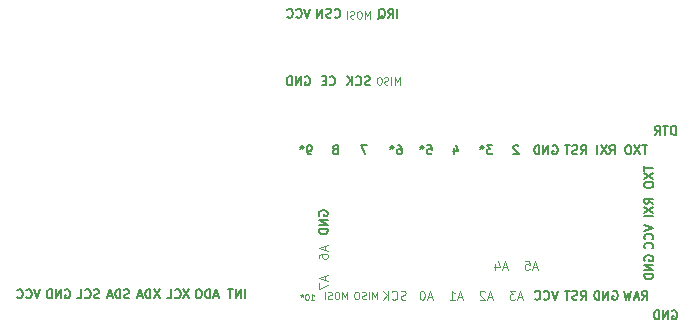
<source format=gbr>
G04 #@! TF.GenerationSoftware,KiCad,Pcbnew,(5.1.4)-1*
G04 #@! TF.CreationDate,2019-10-23T00:39:07+02:00*
G04 #@! TF.ProjectId,RF_transmitter,52465f74-7261-46e7-936d-69747465722e,rev?*
G04 #@! TF.SameCoordinates,Original*
G04 #@! TF.FileFunction,Legend,Bot*
G04 #@! TF.FilePolarity,Positive*
%FSLAX46Y46*%
G04 Gerber Fmt 4.6, Leading zero omitted, Abs format (unit mm)*
G04 Created by KiCad (PCBNEW (5.1.4)-1) date 2019-10-23 00:39:07*
%MOMM*%
%LPD*%
G04 APERTURE LIST*
%ADD10C,0.150000*%
%ADD11C,0.125000*%
%ADD12C,0.100000*%
G04 APERTURE END LIST*
D10*
X143445505Y-74218934D02*
X143445505Y-74647505D01*
X144195505Y-74433220D02*
X143445505Y-74433220D01*
X143445505Y-74826077D02*
X144195505Y-75326077D01*
X143445505Y-75326077D02*
X144195505Y-74826077D01*
X143445505Y-75754648D02*
X143445505Y-75897505D01*
X143481220Y-75968934D01*
X143552648Y-76040362D01*
X143695505Y-76076077D01*
X143945505Y-76076077D01*
X144088362Y-76040362D01*
X144159791Y-75968934D01*
X144195505Y-75897505D01*
X144195505Y-75754648D01*
X144159791Y-75683220D01*
X144088362Y-75611791D01*
X143945505Y-75576077D01*
X143695505Y-75576077D01*
X143552648Y-75611791D01*
X143481220Y-75683220D01*
X143445505Y-75754648D01*
X146110362Y-71585505D02*
X146110362Y-70835505D01*
X145931791Y-70835505D01*
X145824648Y-70871220D01*
X145753220Y-70942648D01*
X145717505Y-71014077D01*
X145681791Y-71156934D01*
X145681791Y-71264077D01*
X145717505Y-71406934D01*
X145753220Y-71478362D01*
X145824648Y-71549791D01*
X145931791Y-71585505D01*
X146110362Y-71585505D01*
X145467505Y-70835505D02*
X145038934Y-70835505D01*
X145253220Y-71585505D02*
X145253220Y-70835505D01*
X144360362Y-71585505D02*
X144610362Y-71228362D01*
X144788934Y-71585505D02*
X144788934Y-70835505D01*
X144503220Y-70835505D01*
X144431791Y-70871220D01*
X144396077Y-70906934D01*
X144360362Y-70978362D01*
X144360362Y-71085505D01*
X144396077Y-71156934D01*
X144431791Y-71192648D01*
X144503220Y-71228362D01*
X144788934Y-71228362D01*
D11*
X115219934Y-85569410D02*
X115505648Y-85569410D01*
X115362791Y-85569410D02*
X115362791Y-85069410D01*
X115410410Y-85140839D01*
X115458029Y-85188458D01*
X115505648Y-85212267D01*
X114910410Y-85069410D02*
X114862791Y-85069410D01*
X114815172Y-85093220D01*
X114791362Y-85117029D01*
X114767553Y-85164648D01*
X114743743Y-85259886D01*
X114743743Y-85378934D01*
X114767553Y-85474172D01*
X114791362Y-85521791D01*
X114815172Y-85545600D01*
X114862791Y-85569410D01*
X114910410Y-85569410D01*
X114958029Y-85545600D01*
X114981839Y-85521791D01*
X115005648Y-85474172D01*
X115029458Y-85378934D01*
X115029458Y-85259886D01*
X115005648Y-85164648D01*
X114981839Y-85117029D01*
X114958029Y-85093220D01*
X114910410Y-85069410D01*
X114458029Y-85069410D02*
X114458029Y-85188458D01*
X114577077Y-85140839D02*
X114458029Y-85188458D01*
X114338981Y-85140839D01*
X114529458Y-85283696D02*
X114458029Y-85188458D01*
X114386600Y-85283696D01*
D10*
X143265077Y-85555505D02*
X143515077Y-85198362D01*
X143693648Y-85555505D02*
X143693648Y-84805505D01*
X143407934Y-84805505D01*
X143336505Y-84841220D01*
X143300791Y-84876934D01*
X143265077Y-84948362D01*
X143265077Y-85055505D01*
X143300791Y-85126934D01*
X143336505Y-85162648D01*
X143407934Y-85198362D01*
X143693648Y-85198362D01*
X142979362Y-85341220D02*
X142622220Y-85341220D01*
X143050791Y-85555505D02*
X142800791Y-84805505D01*
X142550791Y-85555505D01*
X142372220Y-84805505D02*
X142193648Y-85555505D01*
X142050791Y-85019791D01*
X141907934Y-85555505D01*
X141729362Y-84805505D01*
X138077934Y-85555505D02*
X138327934Y-85198362D01*
X138506505Y-85555505D02*
X138506505Y-84805505D01*
X138220791Y-84805505D01*
X138149362Y-84841220D01*
X138113648Y-84876934D01*
X138077934Y-84948362D01*
X138077934Y-85055505D01*
X138113648Y-85126934D01*
X138149362Y-85162648D01*
X138220791Y-85198362D01*
X138506505Y-85198362D01*
X137792220Y-85519791D02*
X137685077Y-85555505D01*
X137506505Y-85555505D01*
X137435077Y-85519791D01*
X137399362Y-85484077D01*
X137363648Y-85412648D01*
X137363648Y-85341220D01*
X137399362Y-85269791D01*
X137435077Y-85234077D01*
X137506505Y-85198362D01*
X137649362Y-85162648D01*
X137720791Y-85126934D01*
X137756505Y-85091220D01*
X137792220Y-85019791D01*
X137792220Y-84948362D01*
X137756505Y-84876934D01*
X137720791Y-84841220D01*
X137649362Y-84805505D01*
X137470791Y-84805505D01*
X137363648Y-84841220D01*
X137149362Y-84805505D02*
X136720791Y-84805505D01*
X136935077Y-85555505D02*
X136935077Y-84805505D01*
X144195505Y-77419648D02*
X143838362Y-77169648D01*
X144195505Y-76991077D02*
X143445505Y-76991077D01*
X143445505Y-77276791D01*
X143481220Y-77348220D01*
X143516934Y-77383934D01*
X143588362Y-77419648D01*
X143695505Y-77419648D01*
X143766934Y-77383934D01*
X143802648Y-77348220D01*
X143838362Y-77276791D01*
X143838362Y-76991077D01*
X143445505Y-77669648D02*
X144195505Y-78169648D01*
X143445505Y-78169648D02*
X144195505Y-77669648D01*
X144195505Y-78455362D02*
X143445505Y-78455362D01*
X143711505Y-72486505D02*
X143282934Y-72486505D01*
X143497220Y-73236505D02*
X143497220Y-72486505D01*
X143104362Y-72486505D02*
X142604362Y-73236505D01*
X142604362Y-72486505D02*
X143104362Y-73236505D01*
X142175791Y-72486505D02*
X142032934Y-72486505D01*
X141961505Y-72522220D01*
X141890077Y-72593648D01*
X141854362Y-72736505D01*
X141854362Y-72986505D01*
X141890077Y-73129362D01*
X141961505Y-73200791D01*
X142032934Y-73236505D01*
X142175791Y-73236505D01*
X142247220Y-73200791D01*
X142318648Y-73129362D01*
X142354362Y-72986505D01*
X142354362Y-72736505D01*
X142318648Y-72593648D01*
X142247220Y-72522220D01*
X142175791Y-72486505D01*
X140510791Y-73236505D02*
X140760791Y-72879362D01*
X140939362Y-73236505D02*
X140939362Y-72486505D01*
X140653648Y-72486505D01*
X140582220Y-72522220D01*
X140546505Y-72557934D01*
X140510791Y-72629362D01*
X140510791Y-72736505D01*
X140546505Y-72807934D01*
X140582220Y-72843648D01*
X140653648Y-72879362D01*
X140939362Y-72879362D01*
X140260791Y-72486505D02*
X139760791Y-73236505D01*
X139760791Y-72486505D02*
X140260791Y-73236505D01*
X139475077Y-73236505D02*
X139475077Y-72486505D01*
X138077934Y-73236505D02*
X138327934Y-72879362D01*
X138506505Y-73236505D02*
X138506505Y-72486505D01*
X138220791Y-72486505D01*
X138149362Y-72522220D01*
X138113648Y-72557934D01*
X138077934Y-72629362D01*
X138077934Y-72736505D01*
X138113648Y-72807934D01*
X138149362Y-72843648D01*
X138220791Y-72879362D01*
X138506505Y-72879362D01*
X137792220Y-73200791D02*
X137685077Y-73236505D01*
X137506505Y-73236505D01*
X137435077Y-73200791D01*
X137399362Y-73165077D01*
X137363648Y-73093648D01*
X137363648Y-73022220D01*
X137399362Y-72950791D01*
X137435077Y-72915077D01*
X137506505Y-72879362D01*
X137649362Y-72843648D01*
X137720791Y-72807934D01*
X137756505Y-72772220D01*
X137792220Y-72700791D01*
X137792220Y-72629362D01*
X137756505Y-72557934D01*
X137720791Y-72522220D01*
X137649362Y-72486505D01*
X137470791Y-72486505D01*
X137363648Y-72522220D01*
X137149362Y-72486505D02*
X136720791Y-72486505D01*
X136935077Y-73236505D02*
X136935077Y-72486505D01*
X136127220Y-84805505D02*
X135877220Y-85555505D01*
X135627220Y-84805505D01*
X134948648Y-85484077D02*
X134984362Y-85519791D01*
X135091505Y-85555505D01*
X135162934Y-85555505D01*
X135270077Y-85519791D01*
X135341505Y-85448362D01*
X135377220Y-85376934D01*
X135412934Y-85234077D01*
X135412934Y-85126934D01*
X135377220Y-84984077D01*
X135341505Y-84912648D01*
X135270077Y-84841220D01*
X135162934Y-84805505D01*
X135091505Y-84805505D01*
X134984362Y-84841220D01*
X134948648Y-84876934D01*
X134198648Y-85484077D02*
X134234362Y-85519791D01*
X134341505Y-85555505D01*
X134412934Y-85555505D01*
X134520077Y-85519791D01*
X134591505Y-85448362D01*
X134627220Y-85376934D01*
X134662934Y-85234077D01*
X134662934Y-85126934D01*
X134627220Y-84984077D01*
X134591505Y-84912648D01*
X134520077Y-84841220D01*
X134412934Y-84805505D01*
X134341505Y-84805505D01*
X134234362Y-84841220D01*
X134198648Y-84876934D01*
X143445505Y-79263220D02*
X144195505Y-79513220D01*
X143445505Y-79763220D01*
X144124077Y-80441791D02*
X144159791Y-80406077D01*
X144195505Y-80298934D01*
X144195505Y-80227505D01*
X144159791Y-80120362D01*
X144088362Y-80048934D01*
X144016934Y-80013220D01*
X143874077Y-79977505D01*
X143766934Y-79977505D01*
X143624077Y-80013220D01*
X143552648Y-80048934D01*
X143481220Y-80120362D01*
X143445505Y-80227505D01*
X143445505Y-80298934D01*
X143481220Y-80406077D01*
X143516934Y-80441791D01*
X144124077Y-81191791D02*
X144159791Y-81156077D01*
X144195505Y-81048934D01*
X144195505Y-80977505D01*
X144159791Y-80870362D01*
X144088362Y-80798934D01*
X144016934Y-80763220D01*
X143874077Y-80727505D01*
X143766934Y-80727505D01*
X143624077Y-80763220D01*
X143552648Y-80798934D01*
X143481220Y-80870362D01*
X143445505Y-80977505D01*
X143445505Y-81048934D01*
X143481220Y-81156077D01*
X143516934Y-81191791D01*
X143481220Y-82231791D02*
X143445505Y-82160362D01*
X143445505Y-82053220D01*
X143481220Y-81946077D01*
X143552648Y-81874648D01*
X143624077Y-81838934D01*
X143766934Y-81803220D01*
X143874077Y-81803220D01*
X144016934Y-81838934D01*
X144088362Y-81874648D01*
X144159791Y-81946077D01*
X144195505Y-82053220D01*
X144195505Y-82124648D01*
X144159791Y-82231791D01*
X144124077Y-82267505D01*
X143874077Y-82267505D01*
X143874077Y-82124648D01*
X144195505Y-82588934D02*
X143445505Y-82588934D01*
X144195505Y-83017505D01*
X143445505Y-83017505D01*
X144195505Y-83374648D02*
X143445505Y-83374648D01*
X143445505Y-83553220D01*
X143481220Y-83660362D01*
X143552648Y-83731791D01*
X143624077Y-83767505D01*
X143766934Y-83803220D01*
X143874077Y-83803220D01*
X144016934Y-83767505D01*
X144088362Y-83731791D01*
X144159791Y-83660362D01*
X144195505Y-83553220D01*
X144195505Y-83374648D01*
X140778648Y-84841220D02*
X140850077Y-84805505D01*
X140957220Y-84805505D01*
X141064362Y-84841220D01*
X141135791Y-84912648D01*
X141171505Y-84984077D01*
X141207220Y-85126934D01*
X141207220Y-85234077D01*
X141171505Y-85376934D01*
X141135791Y-85448362D01*
X141064362Y-85519791D01*
X140957220Y-85555505D01*
X140885791Y-85555505D01*
X140778648Y-85519791D01*
X140742934Y-85484077D01*
X140742934Y-85234077D01*
X140885791Y-85234077D01*
X140421505Y-85555505D02*
X140421505Y-84805505D01*
X139992934Y-85555505D01*
X139992934Y-84805505D01*
X139635791Y-85555505D02*
X139635791Y-84805505D01*
X139457220Y-84805505D01*
X139350077Y-84841220D01*
X139278648Y-84912648D01*
X139242934Y-84984077D01*
X139207220Y-85126934D01*
X139207220Y-85234077D01*
X139242934Y-85376934D01*
X139278648Y-85448362D01*
X139350077Y-85519791D01*
X139457220Y-85555505D01*
X139635791Y-85555505D01*
X145824648Y-86492220D02*
X145896077Y-86456505D01*
X146003220Y-86456505D01*
X146110362Y-86492220D01*
X146181791Y-86563648D01*
X146217505Y-86635077D01*
X146253220Y-86777934D01*
X146253220Y-86885077D01*
X146217505Y-87027934D01*
X146181791Y-87099362D01*
X146110362Y-87170791D01*
X146003220Y-87206505D01*
X145931791Y-87206505D01*
X145824648Y-87170791D01*
X145788934Y-87135077D01*
X145788934Y-86885077D01*
X145931791Y-86885077D01*
X145467505Y-87206505D02*
X145467505Y-86456505D01*
X145038934Y-87206505D01*
X145038934Y-86456505D01*
X144681791Y-87206505D02*
X144681791Y-86456505D01*
X144503220Y-86456505D01*
X144396077Y-86492220D01*
X144324648Y-86563648D01*
X144288934Y-86635077D01*
X144253220Y-86777934D01*
X144253220Y-86885077D01*
X144288934Y-87027934D01*
X144324648Y-87099362D01*
X144396077Y-87170791D01*
X144503220Y-87206505D01*
X144681791Y-87206505D01*
X115956220Y-78421791D02*
X115920505Y-78350362D01*
X115920505Y-78243220D01*
X115956220Y-78136077D01*
X116027648Y-78064648D01*
X116099077Y-78028934D01*
X116241934Y-77993220D01*
X116349077Y-77993220D01*
X116491934Y-78028934D01*
X116563362Y-78064648D01*
X116634791Y-78136077D01*
X116670505Y-78243220D01*
X116670505Y-78314648D01*
X116634791Y-78421791D01*
X116599077Y-78457505D01*
X116349077Y-78457505D01*
X116349077Y-78314648D01*
X116670505Y-78778934D02*
X115920505Y-78778934D01*
X116670505Y-79207505D01*
X115920505Y-79207505D01*
X116670505Y-79564648D02*
X115920505Y-79564648D01*
X115920505Y-79743220D01*
X115956220Y-79850362D01*
X116027648Y-79921791D01*
X116099077Y-79957505D01*
X116241934Y-79993220D01*
X116349077Y-79993220D01*
X116491934Y-79957505D01*
X116563362Y-79921791D01*
X116634791Y-79850362D01*
X116670505Y-79743220D01*
X116670505Y-79564648D01*
X135698648Y-72522220D02*
X135770077Y-72486505D01*
X135877220Y-72486505D01*
X135984362Y-72522220D01*
X136055791Y-72593648D01*
X136091505Y-72665077D01*
X136127220Y-72807934D01*
X136127220Y-72915077D01*
X136091505Y-73057934D01*
X136055791Y-73129362D01*
X135984362Y-73200791D01*
X135877220Y-73236505D01*
X135805791Y-73236505D01*
X135698648Y-73200791D01*
X135662934Y-73165077D01*
X135662934Y-72915077D01*
X135805791Y-72915077D01*
X135341505Y-73236505D02*
X135341505Y-72486505D01*
X134912934Y-73236505D01*
X134912934Y-72486505D01*
X134555791Y-73236505D02*
X134555791Y-72486505D01*
X134377220Y-72486505D01*
X134270077Y-72522220D01*
X134198648Y-72593648D01*
X134162934Y-72665077D01*
X134127220Y-72807934D01*
X134127220Y-72915077D01*
X134162934Y-73057934D01*
X134198648Y-73129362D01*
X134270077Y-73200791D01*
X134377220Y-73236505D01*
X134555791Y-73236505D01*
X115235791Y-73236505D02*
X115092934Y-73236505D01*
X115021505Y-73200791D01*
X114985791Y-73165077D01*
X114914362Y-73057934D01*
X114878648Y-72915077D01*
X114878648Y-72629362D01*
X114914362Y-72557934D01*
X114950077Y-72522220D01*
X115021505Y-72486505D01*
X115164362Y-72486505D01*
X115235791Y-72522220D01*
X115271505Y-72557934D01*
X115307220Y-72629362D01*
X115307220Y-72807934D01*
X115271505Y-72879362D01*
X115235791Y-72915077D01*
X115164362Y-72950791D01*
X115021505Y-72950791D01*
X114950077Y-72915077D01*
X114914362Y-72879362D01*
X114878648Y-72807934D01*
X114450077Y-72486505D02*
X114450077Y-72665077D01*
X114628648Y-72593648D02*
X114450077Y-72665077D01*
X114271505Y-72593648D01*
X114557220Y-72807934D02*
X114450077Y-72665077D01*
X114342934Y-72807934D01*
X117418648Y-72807934D02*
X117490077Y-72772220D01*
X117525791Y-72736505D01*
X117561505Y-72665077D01*
X117561505Y-72629362D01*
X117525791Y-72557934D01*
X117490077Y-72522220D01*
X117418648Y-72486505D01*
X117275791Y-72486505D01*
X117204362Y-72522220D01*
X117168648Y-72557934D01*
X117132934Y-72629362D01*
X117132934Y-72665077D01*
X117168648Y-72736505D01*
X117204362Y-72772220D01*
X117275791Y-72807934D01*
X117418648Y-72807934D01*
X117490077Y-72843648D01*
X117525791Y-72879362D01*
X117561505Y-72950791D01*
X117561505Y-73093648D01*
X117525791Y-73165077D01*
X117490077Y-73200791D01*
X117418648Y-73236505D01*
X117275791Y-73236505D01*
X117204362Y-73200791D01*
X117168648Y-73165077D01*
X117132934Y-73093648D01*
X117132934Y-72950791D01*
X117168648Y-72879362D01*
X117204362Y-72843648D01*
X117275791Y-72807934D01*
X120010220Y-72486505D02*
X119510220Y-72486505D01*
X119831648Y-73236505D01*
X125074362Y-72486505D02*
X125431505Y-72486505D01*
X125467220Y-72843648D01*
X125431505Y-72807934D01*
X125360077Y-72772220D01*
X125181505Y-72772220D01*
X125110077Y-72807934D01*
X125074362Y-72843648D01*
X125038648Y-72915077D01*
X125038648Y-73093648D01*
X125074362Y-73165077D01*
X125110077Y-73200791D01*
X125181505Y-73236505D01*
X125360077Y-73236505D01*
X125431505Y-73200791D01*
X125467220Y-73165077D01*
X124610077Y-72486505D02*
X124610077Y-72665077D01*
X124788648Y-72593648D02*
X124610077Y-72665077D01*
X124431505Y-72593648D01*
X124717220Y-72807934D02*
X124610077Y-72665077D01*
X124502934Y-72807934D01*
X122570077Y-72486505D02*
X122712934Y-72486505D01*
X122784362Y-72522220D01*
X122820077Y-72557934D01*
X122891505Y-72665077D01*
X122927220Y-72807934D01*
X122927220Y-73093648D01*
X122891505Y-73165077D01*
X122855791Y-73200791D01*
X122784362Y-73236505D01*
X122641505Y-73236505D01*
X122570077Y-73200791D01*
X122534362Y-73165077D01*
X122498648Y-73093648D01*
X122498648Y-72915077D01*
X122534362Y-72843648D01*
X122570077Y-72807934D01*
X122641505Y-72772220D01*
X122784362Y-72772220D01*
X122855791Y-72807934D01*
X122891505Y-72843648D01*
X122927220Y-72915077D01*
X122070077Y-72486505D02*
X122070077Y-72665077D01*
X122248648Y-72593648D02*
X122070077Y-72665077D01*
X121891505Y-72593648D01*
X122177220Y-72807934D02*
X122070077Y-72665077D01*
X121962934Y-72807934D01*
X127364362Y-72736505D02*
X127364362Y-73236505D01*
X127542934Y-72450791D02*
X127721505Y-72986505D01*
X127257220Y-72986505D01*
X130582934Y-72486505D02*
X130118648Y-72486505D01*
X130368648Y-72772220D01*
X130261505Y-72772220D01*
X130190077Y-72807934D01*
X130154362Y-72843648D01*
X130118648Y-72915077D01*
X130118648Y-73093648D01*
X130154362Y-73165077D01*
X130190077Y-73200791D01*
X130261505Y-73236505D01*
X130475791Y-73236505D01*
X130547220Y-73200791D01*
X130582934Y-73165077D01*
X129690077Y-72486505D02*
X129690077Y-72665077D01*
X129868648Y-72593648D02*
X129690077Y-72665077D01*
X129511505Y-72593648D01*
X129797220Y-72807934D02*
X129690077Y-72665077D01*
X129582934Y-72807934D01*
X132801505Y-72557934D02*
X132765791Y-72522220D01*
X132694362Y-72486505D01*
X132515791Y-72486505D01*
X132444362Y-72522220D01*
X132408648Y-72557934D01*
X132372934Y-72629362D01*
X132372934Y-72700791D01*
X132408648Y-72807934D01*
X132837220Y-73236505D01*
X132372934Y-73236505D01*
D11*
X116456220Y-83537505D02*
X116456220Y-83894648D01*
X116670505Y-83466077D02*
X115920505Y-83716077D01*
X116670505Y-83966077D01*
X115920505Y-84144648D02*
X115920505Y-84644648D01*
X116670505Y-84323220D01*
X116456220Y-80997505D02*
X116456220Y-81354648D01*
X116670505Y-80926077D02*
X115920505Y-81176077D01*
X116670505Y-81426077D01*
X115920505Y-81997505D02*
X115920505Y-81854648D01*
X115956220Y-81783220D01*
X115991934Y-81747505D01*
X116099077Y-81676077D01*
X116241934Y-81640362D01*
X116527648Y-81640362D01*
X116599077Y-81676077D01*
X116634791Y-81711791D01*
X116670505Y-81783220D01*
X116670505Y-81926077D01*
X116634791Y-81997505D01*
X116599077Y-82033220D01*
X116527648Y-82068934D01*
X116349077Y-82068934D01*
X116277648Y-82033220D01*
X116241934Y-81997505D01*
X116206220Y-81926077D01*
X116206220Y-81783220D01*
X116241934Y-81711791D01*
X116277648Y-81676077D01*
X116349077Y-81640362D01*
X134392934Y-82801220D02*
X134035791Y-82801220D01*
X134464362Y-83015505D02*
X134214362Y-82265505D01*
X133964362Y-83015505D01*
X133357220Y-82265505D02*
X133714362Y-82265505D01*
X133750077Y-82622648D01*
X133714362Y-82586934D01*
X133642934Y-82551220D01*
X133464362Y-82551220D01*
X133392934Y-82586934D01*
X133357220Y-82622648D01*
X133321505Y-82694077D01*
X133321505Y-82872648D01*
X133357220Y-82944077D01*
X133392934Y-82979791D01*
X133464362Y-83015505D01*
X133642934Y-83015505D01*
X133714362Y-82979791D01*
X133750077Y-82944077D01*
X131852934Y-82801220D02*
X131495791Y-82801220D01*
X131924362Y-83015505D02*
X131674362Y-82265505D01*
X131424362Y-83015505D01*
X130852934Y-82515505D02*
X130852934Y-83015505D01*
X131031505Y-82229791D02*
X131210077Y-82765505D01*
X130745791Y-82765505D01*
X133122934Y-85341220D02*
X132765791Y-85341220D01*
X133194362Y-85555505D02*
X132944362Y-84805505D01*
X132694362Y-85555505D01*
X132515791Y-84805505D02*
X132051505Y-84805505D01*
X132301505Y-85091220D01*
X132194362Y-85091220D01*
X132122934Y-85126934D01*
X132087220Y-85162648D01*
X132051505Y-85234077D01*
X132051505Y-85412648D01*
X132087220Y-85484077D01*
X132122934Y-85519791D01*
X132194362Y-85555505D01*
X132408648Y-85555505D01*
X132480077Y-85519791D01*
X132515791Y-85484077D01*
X130582934Y-85341220D02*
X130225791Y-85341220D01*
X130654362Y-85555505D02*
X130404362Y-84805505D01*
X130154362Y-85555505D01*
X129940077Y-84876934D02*
X129904362Y-84841220D01*
X129832934Y-84805505D01*
X129654362Y-84805505D01*
X129582934Y-84841220D01*
X129547220Y-84876934D01*
X129511505Y-84948362D01*
X129511505Y-85019791D01*
X129547220Y-85126934D01*
X129975791Y-85555505D01*
X129511505Y-85555505D01*
X128042934Y-85341220D02*
X127685791Y-85341220D01*
X128114362Y-85555505D02*
X127864362Y-84805505D01*
X127614362Y-85555505D01*
X126971505Y-85555505D02*
X127400077Y-85555505D01*
X127185791Y-85555505D02*
X127185791Y-84805505D01*
X127257220Y-84912648D01*
X127328648Y-84984077D01*
X127400077Y-85019791D01*
X125502934Y-85341220D02*
X125145791Y-85341220D01*
X125574362Y-85555505D02*
X125324362Y-84805505D01*
X125074362Y-85555505D01*
X124681505Y-84805505D02*
X124610077Y-84805505D01*
X124538648Y-84841220D01*
X124502934Y-84876934D01*
X124467220Y-84948362D01*
X124431505Y-85091220D01*
X124431505Y-85269791D01*
X124467220Y-85412648D01*
X124502934Y-85484077D01*
X124538648Y-85519791D01*
X124610077Y-85555505D01*
X124681505Y-85555505D01*
X124752934Y-85519791D01*
X124788648Y-85484077D01*
X124824362Y-85412648D01*
X124860077Y-85269791D01*
X124860077Y-85091220D01*
X124824362Y-84948362D01*
X124788648Y-84876934D01*
X124752934Y-84841220D01*
X124681505Y-84805505D01*
X123264505Y-85519791D02*
X123157362Y-85555505D01*
X122978791Y-85555505D01*
X122907362Y-85519791D01*
X122871648Y-85484077D01*
X122835934Y-85412648D01*
X122835934Y-85341220D01*
X122871648Y-85269791D01*
X122907362Y-85234077D01*
X122978791Y-85198362D01*
X123121648Y-85162648D01*
X123193077Y-85126934D01*
X123228791Y-85091220D01*
X123264505Y-85019791D01*
X123264505Y-84948362D01*
X123228791Y-84876934D01*
X123193077Y-84841220D01*
X123121648Y-84805505D01*
X122943077Y-84805505D01*
X122835934Y-84841220D01*
X122085934Y-85484077D02*
X122121648Y-85519791D01*
X122228791Y-85555505D01*
X122300220Y-85555505D01*
X122407362Y-85519791D01*
X122478791Y-85448362D01*
X122514505Y-85376934D01*
X122550220Y-85234077D01*
X122550220Y-85126934D01*
X122514505Y-84984077D01*
X122478791Y-84912648D01*
X122407362Y-84841220D01*
X122300220Y-84805505D01*
X122228791Y-84805505D01*
X122121648Y-84841220D01*
X122085934Y-84876934D01*
X121764505Y-85555505D02*
X121764505Y-84805505D01*
X121335934Y-85555505D02*
X121657362Y-85126934D01*
X121335934Y-84805505D02*
X121764505Y-85234077D01*
D12*
X120830077Y-85487648D02*
X120830077Y-84887648D01*
X120630077Y-85316220D01*
X120430077Y-84887648D01*
X120430077Y-85487648D01*
X120144362Y-85487648D02*
X120144362Y-84887648D01*
X119887220Y-85459077D02*
X119801505Y-85487648D01*
X119658648Y-85487648D01*
X119601505Y-85459077D01*
X119572934Y-85430505D01*
X119544362Y-85373362D01*
X119544362Y-85316220D01*
X119572934Y-85259077D01*
X119601505Y-85230505D01*
X119658648Y-85201934D01*
X119772934Y-85173362D01*
X119830077Y-85144791D01*
X119858648Y-85116220D01*
X119887220Y-85059077D01*
X119887220Y-85001934D01*
X119858648Y-84944791D01*
X119830077Y-84916220D01*
X119772934Y-84887648D01*
X119630077Y-84887648D01*
X119544362Y-84916220D01*
X119172934Y-84887648D02*
X119058648Y-84887648D01*
X119001505Y-84916220D01*
X118944362Y-84973362D01*
X118915791Y-85087648D01*
X118915791Y-85287648D01*
X118944362Y-85401934D01*
X119001505Y-85459077D01*
X119058648Y-85487648D01*
X119172934Y-85487648D01*
X119230077Y-85459077D01*
X119287220Y-85401934D01*
X119315791Y-85287648D01*
X119315791Y-85087648D01*
X119287220Y-84973362D01*
X119230077Y-84916220D01*
X119172934Y-84887648D01*
X118290077Y-85487648D02*
X118290077Y-84887648D01*
X118090077Y-85316220D01*
X117890077Y-84887648D01*
X117890077Y-85487648D01*
X117490077Y-84887648D02*
X117375791Y-84887648D01*
X117318648Y-84916220D01*
X117261505Y-84973362D01*
X117232934Y-85087648D01*
X117232934Y-85287648D01*
X117261505Y-85401934D01*
X117318648Y-85459077D01*
X117375791Y-85487648D01*
X117490077Y-85487648D01*
X117547220Y-85459077D01*
X117604362Y-85401934D01*
X117632934Y-85287648D01*
X117632934Y-85087648D01*
X117604362Y-84973362D01*
X117547220Y-84916220D01*
X117490077Y-84887648D01*
X117004362Y-85459077D02*
X116918648Y-85487648D01*
X116775791Y-85487648D01*
X116718648Y-85459077D01*
X116690077Y-85430505D01*
X116661505Y-85373362D01*
X116661505Y-85316220D01*
X116690077Y-85259077D01*
X116718648Y-85230505D01*
X116775791Y-85201934D01*
X116890077Y-85173362D01*
X116947220Y-85144791D01*
X116975791Y-85116220D01*
X117004362Y-85059077D01*
X117004362Y-85001934D01*
X116975791Y-84944791D01*
X116947220Y-84916220D01*
X116890077Y-84887648D01*
X116747220Y-84887648D01*
X116661505Y-84916220D01*
X116404362Y-85487648D02*
X116404362Y-84887648D01*
D11*
X122735857Y-67327428D02*
X122735857Y-66727428D01*
X122535857Y-67156000D01*
X122335857Y-66727428D01*
X122335857Y-67327428D01*
X122050142Y-67327428D02*
X122050142Y-66727428D01*
X121793000Y-67298857D02*
X121707285Y-67327428D01*
X121564428Y-67327428D01*
X121507285Y-67298857D01*
X121478714Y-67270285D01*
X121450142Y-67213142D01*
X121450142Y-67156000D01*
X121478714Y-67098857D01*
X121507285Y-67070285D01*
X121564428Y-67041714D01*
X121678714Y-67013142D01*
X121735857Y-66984571D01*
X121764428Y-66956000D01*
X121793000Y-66898857D01*
X121793000Y-66841714D01*
X121764428Y-66784571D01*
X121735857Y-66756000D01*
X121678714Y-66727428D01*
X121535857Y-66727428D01*
X121450142Y-66756000D01*
X121078714Y-66727428D02*
X120964428Y-66727428D01*
X120907285Y-66756000D01*
X120850142Y-66813142D01*
X120821571Y-66927428D01*
X120821571Y-67127428D01*
X120850142Y-67241714D01*
X120907285Y-67298857D01*
X120964428Y-67327428D01*
X121078714Y-67327428D01*
X121135857Y-67298857D01*
X121193000Y-67241714D01*
X121221571Y-67127428D01*
X121221571Y-66927428D01*
X121193000Y-66813142D01*
X121135857Y-66756000D01*
X121078714Y-66727428D01*
D10*
X120217285Y-67359571D02*
X120110142Y-67395285D01*
X119931571Y-67395285D01*
X119860142Y-67359571D01*
X119824428Y-67323857D01*
X119788714Y-67252428D01*
X119788714Y-67181000D01*
X119824428Y-67109571D01*
X119860142Y-67073857D01*
X119931571Y-67038142D01*
X120074428Y-67002428D01*
X120145857Y-66966714D01*
X120181571Y-66931000D01*
X120217285Y-66859571D01*
X120217285Y-66788142D01*
X120181571Y-66716714D01*
X120145857Y-66681000D01*
X120074428Y-66645285D01*
X119895857Y-66645285D01*
X119788714Y-66681000D01*
X119038714Y-67323857D02*
X119074428Y-67359571D01*
X119181571Y-67395285D01*
X119253000Y-67395285D01*
X119360142Y-67359571D01*
X119431571Y-67288142D01*
X119467285Y-67216714D01*
X119503000Y-67073857D01*
X119503000Y-66966714D01*
X119467285Y-66823857D01*
X119431571Y-66752428D01*
X119360142Y-66681000D01*
X119253000Y-66645285D01*
X119181571Y-66645285D01*
X119074428Y-66681000D01*
X119038714Y-66716714D01*
X118717285Y-67395285D02*
X118717285Y-66645285D01*
X118288714Y-67395285D02*
X118610142Y-66966714D01*
X118288714Y-66645285D02*
X118717285Y-67073857D01*
X116820142Y-67323857D02*
X116855857Y-67359571D01*
X116963000Y-67395285D01*
X117034428Y-67395285D01*
X117141571Y-67359571D01*
X117213000Y-67288142D01*
X117248714Y-67216714D01*
X117284428Y-67073857D01*
X117284428Y-66966714D01*
X117248714Y-66823857D01*
X117213000Y-66752428D01*
X117141571Y-66681000D01*
X117034428Y-66645285D01*
X116963000Y-66645285D01*
X116855857Y-66681000D01*
X116820142Y-66716714D01*
X116498714Y-67002428D02*
X116248714Y-67002428D01*
X116141571Y-67395285D02*
X116498714Y-67395285D01*
X116498714Y-66645285D01*
X116141571Y-66645285D01*
X114744428Y-66681000D02*
X114815857Y-66645285D01*
X114923000Y-66645285D01*
X115030142Y-66681000D01*
X115101571Y-66752428D01*
X115137285Y-66823857D01*
X115173000Y-66966714D01*
X115173000Y-67073857D01*
X115137285Y-67216714D01*
X115101571Y-67288142D01*
X115030142Y-67359571D01*
X114923000Y-67395285D01*
X114851571Y-67395285D01*
X114744428Y-67359571D01*
X114708714Y-67323857D01*
X114708714Y-67073857D01*
X114851571Y-67073857D01*
X114387285Y-67395285D02*
X114387285Y-66645285D01*
X113958714Y-67395285D01*
X113958714Y-66645285D01*
X113601571Y-67395285D02*
X113601571Y-66645285D01*
X113423000Y-66645285D01*
X113315857Y-66681000D01*
X113244428Y-66752428D01*
X113208714Y-66823857D01*
X113173000Y-66966714D01*
X113173000Y-67073857D01*
X113208714Y-67216714D01*
X113244428Y-67288142D01*
X113315857Y-67359571D01*
X113423000Y-67395285D01*
X113601571Y-67395285D01*
X122560857Y-61680285D02*
X122560857Y-60930285D01*
X121775142Y-61680285D02*
X122025142Y-61323142D01*
X122203714Y-61680285D02*
X122203714Y-60930285D01*
X121918000Y-60930285D01*
X121846571Y-60966000D01*
X121810857Y-61001714D01*
X121775142Y-61073142D01*
X121775142Y-61180285D01*
X121810857Y-61251714D01*
X121846571Y-61287428D01*
X121918000Y-61323142D01*
X122203714Y-61323142D01*
X120953714Y-61751714D02*
X121025142Y-61716000D01*
X121096571Y-61644571D01*
X121203714Y-61537428D01*
X121275142Y-61501714D01*
X121346571Y-61501714D01*
X121310857Y-61680285D02*
X121382285Y-61644571D01*
X121453714Y-61573142D01*
X121489428Y-61430285D01*
X121489428Y-61180285D01*
X121453714Y-61037428D01*
X121382285Y-60966000D01*
X121310857Y-60930285D01*
X121168000Y-60930285D01*
X121096571Y-60966000D01*
X121025142Y-61037428D01*
X120989428Y-61180285D01*
X120989428Y-61430285D01*
X121025142Y-61573142D01*
X121096571Y-61644571D01*
X121168000Y-61680285D01*
X121310857Y-61680285D01*
D11*
X120195857Y-61739428D02*
X120195857Y-61139428D01*
X119995857Y-61568000D01*
X119795857Y-61139428D01*
X119795857Y-61739428D01*
X119395857Y-61139428D02*
X119281571Y-61139428D01*
X119224428Y-61168000D01*
X119167285Y-61225142D01*
X119138714Y-61339428D01*
X119138714Y-61539428D01*
X119167285Y-61653714D01*
X119224428Y-61710857D01*
X119281571Y-61739428D01*
X119395857Y-61739428D01*
X119453000Y-61710857D01*
X119510142Y-61653714D01*
X119538714Y-61539428D01*
X119538714Y-61339428D01*
X119510142Y-61225142D01*
X119453000Y-61168000D01*
X119395857Y-61139428D01*
X118910142Y-61710857D02*
X118824428Y-61739428D01*
X118681571Y-61739428D01*
X118624428Y-61710857D01*
X118595857Y-61682285D01*
X118567285Y-61625142D01*
X118567285Y-61568000D01*
X118595857Y-61510857D01*
X118624428Y-61482285D01*
X118681571Y-61453714D01*
X118795857Y-61425142D01*
X118853000Y-61396571D01*
X118881571Y-61368000D01*
X118910142Y-61310857D01*
X118910142Y-61253714D01*
X118881571Y-61196571D01*
X118853000Y-61168000D01*
X118795857Y-61139428D01*
X118653000Y-61139428D01*
X118567285Y-61168000D01*
X118310142Y-61739428D02*
X118310142Y-61139428D01*
D10*
X117230857Y-61608857D02*
X117266571Y-61644571D01*
X117373714Y-61680285D01*
X117445142Y-61680285D01*
X117552285Y-61644571D01*
X117623714Y-61573142D01*
X117659428Y-61501714D01*
X117695142Y-61358857D01*
X117695142Y-61251714D01*
X117659428Y-61108857D01*
X117623714Y-61037428D01*
X117552285Y-60966000D01*
X117445142Y-60930285D01*
X117373714Y-60930285D01*
X117266571Y-60966000D01*
X117230857Y-61001714D01*
X116945142Y-61644571D02*
X116838000Y-61680285D01*
X116659428Y-61680285D01*
X116588000Y-61644571D01*
X116552285Y-61608857D01*
X116516571Y-61537428D01*
X116516571Y-61466000D01*
X116552285Y-61394571D01*
X116588000Y-61358857D01*
X116659428Y-61323142D01*
X116802285Y-61287428D01*
X116873714Y-61251714D01*
X116909428Y-61216000D01*
X116945142Y-61144571D01*
X116945142Y-61073142D01*
X116909428Y-61001714D01*
X116873714Y-60966000D01*
X116802285Y-60930285D01*
X116623714Y-60930285D01*
X116516571Y-60966000D01*
X116195142Y-61680285D02*
X116195142Y-60930285D01*
X115766571Y-61680285D01*
X115766571Y-60930285D01*
X115173000Y-60930285D02*
X114923000Y-61680285D01*
X114673000Y-60930285D01*
X113994428Y-61608857D02*
X114030142Y-61644571D01*
X114137285Y-61680285D01*
X114208714Y-61680285D01*
X114315857Y-61644571D01*
X114387285Y-61573142D01*
X114423000Y-61501714D01*
X114458714Y-61358857D01*
X114458714Y-61251714D01*
X114423000Y-61108857D01*
X114387285Y-61037428D01*
X114315857Y-60966000D01*
X114208714Y-60930285D01*
X114137285Y-60930285D01*
X114030142Y-60966000D01*
X113994428Y-61001714D01*
X113244428Y-61608857D02*
X113280142Y-61644571D01*
X113387285Y-61680285D01*
X113458714Y-61680285D01*
X113565857Y-61644571D01*
X113637285Y-61573142D01*
X113673000Y-61501714D01*
X113708714Y-61358857D01*
X113708714Y-61251714D01*
X113673000Y-61108857D01*
X113637285Y-61037428D01*
X113565857Y-60966000D01*
X113458714Y-60930285D01*
X113387285Y-60930285D01*
X113280142Y-60966000D01*
X113244428Y-61001714D01*
X109644571Y-85429285D02*
X109644571Y-84679285D01*
X109287428Y-85429285D02*
X109287428Y-84679285D01*
X108858857Y-85429285D01*
X108858857Y-84679285D01*
X108608857Y-84679285D02*
X108180285Y-84679285D01*
X108394571Y-85429285D02*
X108394571Y-84679285D01*
X107372428Y-85215000D02*
X107015285Y-85215000D01*
X107443857Y-85429285D02*
X107193857Y-84679285D01*
X106943857Y-85429285D01*
X106693857Y-85429285D02*
X106693857Y-84679285D01*
X106515285Y-84679285D01*
X106408142Y-84715000D01*
X106336714Y-84786428D01*
X106301000Y-84857857D01*
X106265285Y-85000714D01*
X106265285Y-85107857D01*
X106301000Y-85250714D01*
X106336714Y-85322142D01*
X106408142Y-85393571D01*
X106515285Y-85429285D01*
X106693857Y-85429285D01*
X105801000Y-84679285D02*
X105658142Y-84679285D01*
X105586714Y-84715000D01*
X105515285Y-84786428D01*
X105479571Y-84929285D01*
X105479571Y-85179285D01*
X105515285Y-85322142D01*
X105586714Y-85393571D01*
X105658142Y-85429285D01*
X105801000Y-85429285D01*
X105872428Y-85393571D01*
X105943857Y-85322142D01*
X105979571Y-85179285D01*
X105979571Y-84929285D01*
X105943857Y-84786428D01*
X105872428Y-84715000D01*
X105801000Y-84679285D01*
X104941571Y-84679285D02*
X104441571Y-85429285D01*
X104441571Y-84679285D02*
X104941571Y-85429285D01*
X103727285Y-85357857D02*
X103763000Y-85393571D01*
X103870142Y-85429285D01*
X103941571Y-85429285D01*
X104048714Y-85393571D01*
X104120142Y-85322142D01*
X104155857Y-85250714D01*
X104191571Y-85107857D01*
X104191571Y-85000714D01*
X104155857Y-84857857D01*
X104120142Y-84786428D01*
X104048714Y-84715000D01*
X103941571Y-84679285D01*
X103870142Y-84679285D01*
X103763000Y-84715000D01*
X103727285Y-84750714D01*
X103048714Y-85429285D02*
X103405857Y-85429285D01*
X103405857Y-84679285D01*
X102419428Y-84679285D02*
X101919428Y-85429285D01*
X101919428Y-84679285D02*
X102419428Y-85429285D01*
X101633714Y-85429285D02*
X101633714Y-84679285D01*
X101455142Y-84679285D01*
X101348000Y-84715000D01*
X101276571Y-84786428D01*
X101240857Y-84857857D01*
X101205142Y-85000714D01*
X101205142Y-85107857D01*
X101240857Y-85250714D01*
X101276571Y-85322142D01*
X101348000Y-85393571D01*
X101455142Y-85429285D01*
X101633714Y-85429285D01*
X100919428Y-85215000D02*
X100562285Y-85215000D01*
X100990857Y-85429285D02*
X100740857Y-84679285D01*
X100490857Y-85429285D01*
X99843714Y-85393571D02*
X99736571Y-85429285D01*
X99558000Y-85429285D01*
X99486571Y-85393571D01*
X99450857Y-85357857D01*
X99415142Y-85286428D01*
X99415142Y-85215000D01*
X99450857Y-85143571D01*
X99486571Y-85107857D01*
X99558000Y-85072142D01*
X99700857Y-85036428D01*
X99772285Y-85000714D01*
X99808000Y-84965000D01*
X99843714Y-84893571D01*
X99843714Y-84822142D01*
X99808000Y-84750714D01*
X99772285Y-84715000D01*
X99700857Y-84679285D01*
X99522285Y-84679285D01*
X99415142Y-84715000D01*
X99093714Y-85429285D02*
X99093714Y-84679285D01*
X98915142Y-84679285D01*
X98808000Y-84715000D01*
X98736571Y-84786428D01*
X98700857Y-84857857D01*
X98665142Y-85000714D01*
X98665142Y-85107857D01*
X98700857Y-85250714D01*
X98736571Y-85322142D01*
X98808000Y-85393571D01*
X98915142Y-85429285D01*
X99093714Y-85429285D01*
X98379428Y-85215000D02*
X98022285Y-85215000D01*
X98450857Y-85429285D02*
X98200857Y-84679285D01*
X97950857Y-85429285D01*
X97285857Y-85393571D02*
X97178714Y-85429285D01*
X97000142Y-85429285D01*
X96928714Y-85393571D01*
X96893000Y-85357857D01*
X96857285Y-85286428D01*
X96857285Y-85215000D01*
X96893000Y-85143571D01*
X96928714Y-85107857D01*
X97000142Y-85072142D01*
X97143000Y-85036428D01*
X97214428Y-85000714D01*
X97250142Y-84965000D01*
X97285857Y-84893571D01*
X97285857Y-84822142D01*
X97250142Y-84750714D01*
X97214428Y-84715000D01*
X97143000Y-84679285D01*
X96964428Y-84679285D01*
X96857285Y-84715000D01*
X96107285Y-85357857D02*
X96143000Y-85393571D01*
X96250142Y-85429285D01*
X96321571Y-85429285D01*
X96428714Y-85393571D01*
X96500142Y-85322142D01*
X96535857Y-85250714D01*
X96571571Y-85107857D01*
X96571571Y-85000714D01*
X96535857Y-84857857D01*
X96500142Y-84786428D01*
X96428714Y-84715000D01*
X96321571Y-84679285D01*
X96250142Y-84679285D01*
X96143000Y-84715000D01*
X96107285Y-84750714D01*
X95428714Y-85429285D02*
X95785857Y-85429285D01*
X95785857Y-84679285D01*
X94424428Y-84715000D02*
X94495857Y-84679285D01*
X94603000Y-84679285D01*
X94710142Y-84715000D01*
X94781571Y-84786428D01*
X94817285Y-84857857D01*
X94853000Y-85000714D01*
X94853000Y-85107857D01*
X94817285Y-85250714D01*
X94781571Y-85322142D01*
X94710142Y-85393571D01*
X94603000Y-85429285D01*
X94531571Y-85429285D01*
X94424428Y-85393571D01*
X94388714Y-85357857D01*
X94388714Y-85107857D01*
X94531571Y-85107857D01*
X94067285Y-85429285D02*
X94067285Y-84679285D01*
X93638714Y-85429285D01*
X93638714Y-84679285D01*
X93281571Y-85429285D02*
X93281571Y-84679285D01*
X93103000Y-84679285D01*
X92995857Y-84715000D01*
X92924428Y-84786428D01*
X92888714Y-84857857D01*
X92853000Y-85000714D01*
X92853000Y-85107857D01*
X92888714Y-85250714D01*
X92924428Y-85322142D01*
X92995857Y-85393571D01*
X93103000Y-85429285D01*
X93281571Y-85429285D01*
X92313000Y-84679285D02*
X92063000Y-85429285D01*
X91813000Y-84679285D01*
X91134428Y-85357857D02*
X91170142Y-85393571D01*
X91277285Y-85429285D01*
X91348714Y-85429285D01*
X91455857Y-85393571D01*
X91527285Y-85322142D01*
X91563000Y-85250714D01*
X91598714Y-85107857D01*
X91598714Y-85000714D01*
X91563000Y-84857857D01*
X91527285Y-84786428D01*
X91455857Y-84715000D01*
X91348714Y-84679285D01*
X91277285Y-84679285D01*
X91170142Y-84715000D01*
X91134428Y-84750714D01*
X90384428Y-85357857D02*
X90420142Y-85393571D01*
X90527285Y-85429285D01*
X90598714Y-85429285D01*
X90705857Y-85393571D01*
X90777285Y-85322142D01*
X90813000Y-85250714D01*
X90848714Y-85107857D01*
X90848714Y-85000714D01*
X90813000Y-84857857D01*
X90777285Y-84786428D01*
X90705857Y-84715000D01*
X90598714Y-84679285D01*
X90527285Y-84679285D01*
X90420142Y-84715000D01*
X90384428Y-84750714D01*
M02*

</source>
